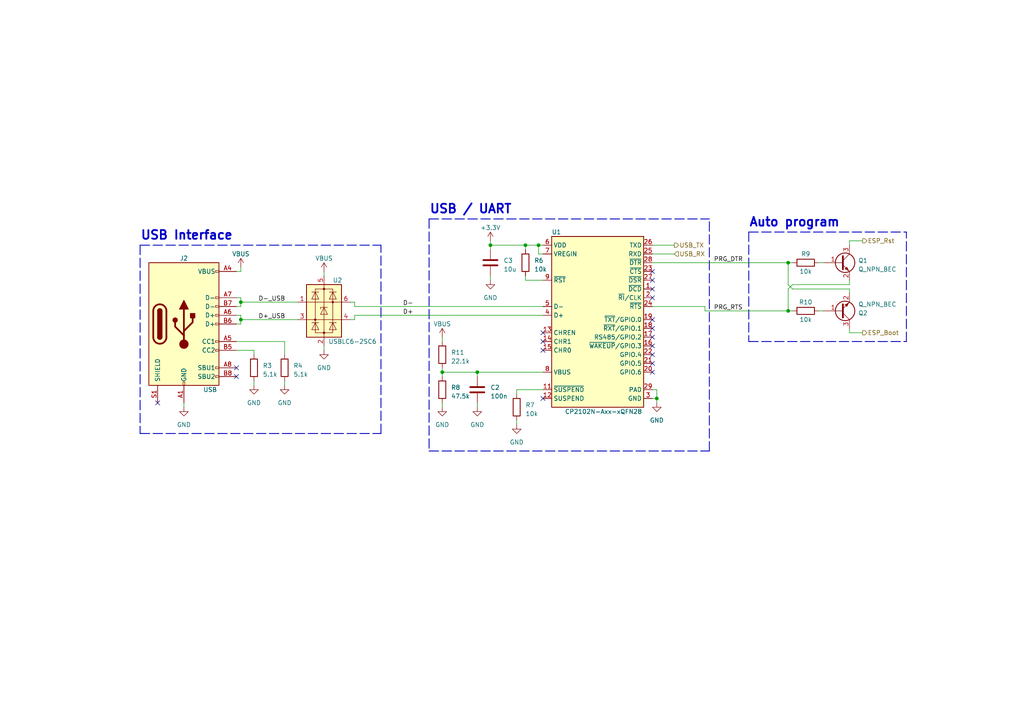
<source format=kicad_sch>
(kicad_sch (version 20230121) (generator eeschema)
  (paper "A4")
  (lib_symbols
    (symbol "Connector:USB_C_Receptacle_USB2.0" (pin_names (offset 1.016))
      (property "Reference" "J2" (at 0 21.59 0))
      (property "Value" "USB_C_Receptacle_USB2.0" (at 0 19.05 0))
      (symbol "USB_C_Receptacle_USB2.0_0_0"
        (rectangle (start -0.254 -17.78) (end 0.254 -16.764))
        (rectangle (start 10.16 -14.986) (end 9.144 -15.494))
        (rectangle (start 10.16 -12.446) (end 9.144 -12.954))
        (rectangle (start 10.16 -7.366) (end 9.144 -7.874))
        (rectangle (start 10.16 -4.826) (end 9.144 -5.334))
        (rectangle (start 10.16 0.254) (end 9.144 -0.254))
        (rectangle (start 10.16 2.794) (end 9.144 2.286))
        (rectangle (start 10.16 5.334) (end 9.144 4.826))
        (rectangle (start 10.16 7.874) (end 9.144 7.366))
        (rectangle (start 10.16 15.494) (end 9.144 14.986))
      )
      (symbol "USB_C_Receptacle_USB2.0_0_1"
        (rectangle (start -10.16 17.78) (end 10.16 -17.78) (stroke (width 0.254)) (fill (type background)))
        (arc (start -8.89 -3.81) (mid -6.985 -5.7067) (end -5.08 -3.81) (stroke (width 0.508)))
        (arc (start -7.62 -3.81) (mid -6.985 -4.4423) (end -6.35 -3.81) (stroke (width 0.254)))
        (arc (start -7.62 -3.81) (mid -6.985 -4.4423) (end -6.35 -3.81) (stroke (width 0.254)) (fill (type outline)))
        (rectangle (start -7.62 -3.81) (end -6.35 3.81) (stroke (width 0.254)) (fill (type outline)))
        (arc (start -6.35 3.81) (mid -6.985 4.4423) (end -7.62 3.81) (stroke (width 0.254)))
        (arc (start -6.35 3.81) (mid -6.985 4.4423) (end -7.62 3.81) (stroke (width 0.254)) (fill (type outline)))
        (arc (start -5.08 3.81) (mid -6.985 5.7067) (end -8.89 3.81) (stroke (width 0.508)))
        (circle (center -2.54 1.143) (radius 0.635) (stroke (width 0.254)) (fill (type outline)))
        (circle (center 0 -5.842) (radius 1.27) (fill (type outline)))
        (polyline (pts (xy -8.89 -3.81) (xy -8.89 3.81)) (stroke (width 0.508)))
        (polyline (pts (xy -5.08 3.81) (xy -5.08 -3.81)) (stroke (width 0.508)))
        (polyline (pts (xy 0 -5.842) (xy 0 4.318)) (stroke (width 0.508)))
        (polyline (pts (xy 0 -3.302) (xy -2.54 -0.762) (xy -2.54 0.508)) (stroke (width 0.508)))
        (polyline (pts (xy 0 -2.032) (xy 2.54 0.508) (xy 2.54 1.778)) (stroke (width 0.508)))
        (polyline (pts (xy -1.27 4.318) (xy 0 6.858) (xy 1.27 4.318) (xy -1.27 4.318)) (stroke (width 0.254)) (fill (type outline)))
        (rectangle (start 1.905 1.778) (end 3.175 3.048) (stroke (width 0.254)) (fill (type outline)))
      )
      (symbol "USB_C_Receptacle_USB2.0_1_1"
        (pin passive line (at 0 -22.86 90) (length 5.08) (name "GND") (number "A1"))
        (pin passive line (at 0 -22.86 90) (length 5.08) hide (name "GND") (number "A12"))
        (pin passive line (at 15.24 15.24 180) (length 5.08) (name "VBUS") (number "A4"))
        (pin bidirectional line (at 15.24 -5.08 180) (length 5.08) (name "CC1") (number "A5"))
        (pin bidirectional line (at 15.24 2.54 180) (length 5.08) (name "D+") (number "A6"))
        (pin bidirectional line (at 15.24 7.62 180) (length 5.08) (name "D-") (number "A7"))
        (pin bidirectional line (at 15.24 -12.7 180) (length 5.08) (name "SBU1") (number "A8"))
        (pin passive line (at 15.24 15.24 180) (length 5.08) hide (name "VBUS") (number "A9"))
        (pin passive line (at 0 -22.86 90) (length 5.08) hide (name "GND") (number "B1"))
        (pin passive line (at 0 -22.86 90) (length 5.08) hide (name "GND") (number "B12"))
        (pin passive line (at 15.24 15.24 180) (length 5.08) hide (name "VBUS") (number "B4"))
        (pin bidirectional line (at 15.24 -7.62 180) (length 5.08) (name "CC2") (number "B5"))
        (pin bidirectional line (at 15.24 0 180) (length 5.08) (name "D+") (number "B6"))
        (pin bidirectional line (at 15.24 5.08 180) (length 5.08) (name "D-") (number "B7"))
        (pin bidirectional line (at 15.24 -15.24 180) (length 5.08) (name "SBU2") (number "B8"))
        (pin passive line (at 15.24 15.24 180) (length 5.08) hide (name "VBUS") (number "B9"))
        (pin passive line (at -7.62 -22.86 90) (length 5.08) (name "SHIELD") (number "S1"))
      )
    )
    (symbol "Device:C" (pin_numbers hide) (pin_names (offset 0.254))
      (property "Reference" "C" (at 0.635 2.54 0))
      (property "Value" "C" (at 0.635 -2.54 0))
      (symbol "C_0_1"
        (polyline (pts (xy -2.032 -0.762) (xy 2.032 -0.762)) (stroke (width 0.508)))
        (polyline (pts (xy -2.032 0.762) (xy 2.032 0.762)) (stroke (width 0.508)))
      )
      (symbol "C_1_1"
        (pin passive line (at 0 3.81 270) (length 2.794) (name "~") (number "1"))
        (pin passive line (at 0 -3.81 90) (length 2.794) (name "~") (number "2"))
      )
    )
    (symbol "Device:Q_NPN_BEC" (pin_names (offset 0) hide)
      (property "Reference" "Q" (at 5.08 1.27 0))
      (property "Value" "Q_NPN_BEC" (at 5.08 -1.27 0))
      (symbol "Q_NPN_BEC_0_1"
        (polyline (pts (xy 0.635 0.635) (xy 2.54 2.54)))
        (polyline (pts (xy 0.635 -0.635) (xy 2.54 -2.54) (xy 2.54 -2.54)))
        (polyline (pts (xy 0.635 1.905) (xy 0.635 -1.905) (xy 0.635 -1.905)) (stroke (width 0.508)))
        (polyline (pts (xy 1.27 -1.778) (xy 1.778 -1.27) (xy 2.286 -2.286) (xy 1.27 -1.778) (xy 1.27 -1.778)) (fill (type outline)))
        (circle (center 1.27 0) (radius 2.8194) (stroke (width 0.254)))
      )
      (symbol "Q_NPN_BEC_1_1"
        (pin input line (at -5.08 0 0) (length 5.715) (name "B") (number "1"))
        (pin passive line (at 2.54 -5.08 90) (length 2.54) (name "E") (number "2"))
        (pin passive line (at 2.54 5.08 270) (length 2.54) (name "C") (number "3"))
      )
    )
    (symbol "Device:R" (pin_numbers hide) (pin_names (offset 0))
      (property "Reference" "R" (at 2.032 0 90))
      (property "Value" "R" (at 0 0 90))
      (symbol "R_0_1"
        (rectangle (start -1.016 -2.54) (end 1.016 2.54) (stroke (width 0.254)))
      )
      (symbol "R_1_1"
        (pin passive line (at 0 3.81 270) (length 1.27) (name "~") (number "1"))
        (pin passive line (at 0 -3.81 90) (length 1.27) (name "~") (number "2"))
      )
    )
    (symbol "Interface_USB:CP2102N-Axx-xQFN28"
      (property "Reference" "U1" (at -10.16 36.83 0))
      (property "Value" "CP2102N-Axx-xQFN28" (at -6.35 -15.24 0))
      (symbol "CP2102N-Axx-xQFN28_0_1"
        (rectangle (start -10.16 35.56) (end 16.51 -13.97) (stroke (width 0.254)) (fill (type background)))
      )
      (symbol "CP2102N-Axx-xQFN28_1_1"
        (pin input line (at 19.05 20.32 180) (length 2.54) (name "~{DCD}") (number "1"))
        (pin no_connect line (at -12.7 19.05 0) (length 2.54) hide (name "NC") (number "10"))
        (pin output line (at -12.7 -8.89 0) (length 2.54) (name "~{SUSPEND}") (number "11"))
        (pin output line (at -12.7 -11.43 0) (length 2.54) (name "SUSPEND") (number "12"))
        (pin output line (at -12.7 7.62 0) (length 2.54) (name "CHREN") (number "13"))
        (pin output line (at -12.7 5.08 0) (length 2.54) (name "CHR1") (number "14"))
        (pin output line (at -12.7 2.54 0) (length 2.54) (name "CHR0") (number "15"))
        (pin bidirectional line (at 19.05 3.81 180) (length 2.54) (name "~{WAKEUP}/GPIO.3") (number "16"))
        (pin bidirectional line (at 19.05 6.35 180) (length 2.54) (name "RS485/GPIO.2") (number "17"))
        (pin bidirectional line (at 19.05 8.89 180) (length 2.54) (name "~{RXT}/GPIO.1") (number "18"))
        (pin bidirectional line (at 19.05 11.43 180) (length 2.54) (name "~{TXT}/GPIO.0") (number "19"))
        (pin bidirectional line (at 19.05 17.78 180) (length 2.54) (name "~{RI}/CLK") (number "2"))
        (pin bidirectional line (at 19.05 -3.81 180) (length 2.54) (name "GPIO.6") (number "20"))
        (pin bidirectional line (at 19.05 -1.27 180) (length 2.54) (name "GPIO.5") (number "21"))
        (pin bidirectional line (at 19.05 1.27 180) (length 2.54) (name "GPIO.4") (number "22"))
        (pin input line (at 19.05 25.4 180) (length 2.54) (name "~{CTS}") (number "23"))
        (pin output line (at 19.05 15.24 180) (length 2.54) (name "~{RTS}") (number "24"))
        (pin input line (at 19.05 30.48 180) (length 2.54) (name "RXD") (number "25"))
        (pin output line (at 19.05 33.02 180) (length 2.54) (name "TXD") (number "26"))
        (pin input line (at 19.05 22.86 180) (length 2.54) (name "~{DSR}") (number "27"))
        (pin output line (at 19.05 27.94 180) (length 2.54) (name "~{DTR}") (number "28"))
        (pin passive line (at 19.05 -8.89 180) (length 2.54) (name "PAD") (number "29"))
        (pin power_in line (at 19.05 -11.43 180) (length 2.54) (name "GND") (number "3"))
        (pin bidirectional line (at -12.7 12.7 0) (length 2.54) (name "D+") (number "4"))
        (pin bidirectional line (at -12.7 15.24 0) (length 2.54) (name "D-") (number "5"))
        (pin power_in line (at -12.7 33.02 0) (length 2.54) (name "VDD") (number "6"))
        (pin power_in line (at -12.7 30.48 0) (length 2.54) (name "VREGIN") (number "7"))
        (pin input line (at -12.7 -3.81 0) (length 2.54) (name "VBUS") (number "8"))
        (pin input line (at -12.7 22.86 0) (length 2.54) (name "~{RST}") (number "9"))
      )
    )
    (symbol "Power_Protection:USBLC6-2SC6" (pin_names hide)
      (property "Reference" "U2" (at 2.54 8.89 0))
      (property "Value" "USBLC6-2SC6" (at 1.27 -8.89 0))
      (symbol "USBLC6-2SC6_0_1"
        (rectangle (start -5.08 7.62) (end 5.08 -7.62) (stroke (width 0.254)) (fill (type background)))
        (circle (center -2.54 -2.54) (radius 0.254) (fill (type outline)))
        (rectangle (start -2.54 6.35) (end 2.54 -6.35))
        (circle (center 0 -6.35) (radius 0.254) (fill (type outline)))
        (polyline (pts (xy -2.54 -2.54) (xy -5.08 -2.54)))
        (polyline (pts (xy -2.54 -2.54) (xy 5.08 -2.54)))
        (polyline (pts (xy -1.524 -3.429) (xy -3.556 -3.429)))
        (polyline (pts (xy -1.524 5.461) (xy -3.556 5.461)))
        (polyline (pts (xy 0 -7.62) (xy 0 -6.35)))
        (polyline (pts (xy 0 -6.35) (xy 0 1.27)))
        (polyline (pts (xy 0 1.27) (xy 0 6.35)))
        (polyline (pts (xy 0 6.35) (xy 0 7.62)))
        (polyline (pts (xy 1.524 -3.429) (xy 3.556 -3.429)))
        (polyline (pts (xy 1.524 5.461) (xy 3.556 5.461)))
        (polyline (pts (xy 2.54 2.54) (xy -5.08 2.54)))
        (polyline (pts (xy 2.54 2.54) (xy 5.08 2.54)))
        (polyline (pts (xy -3.556 -5.461) (xy -1.524 -5.461) (xy -2.54 -3.429) (xy -3.556 -5.461)))
        (polyline (pts (xy -3.556 3.429) (xy -1.524 3.429) (xy -2.54 5.461) (xy -3.556 3.429)))
        (polyline (pts (xy -1.016 -1.016) (xy 1.016 -1.016) (xy 0 1.016) (xy -1.016 -1.016)))
        (polyline (pts (xy 1.016 1.016) (xy 0.762 1.016) (xy -1.016 1.016) (xy -1.016 0.508)))
        (polyline (pts (xy 3.556 -5.461) (xy 1.524 -5.461) (xy 2.54 -3.429) (xy 3.556 -5.461)))
        (polyline (pts (xy 3.556 3.429) (xy 1.524 3.429) (xy 2.54 5.461) (xy 3.556 3.429)))
        (circle (center 0 6.35) (radius 0.254) (fill (type outline)))
        (circle (center 2.54 2.54) (radius 0.254) (fill (type outline)))
      )
      (symbol "USBLC6-2SC6_1_1"
        (pin passive line (at -7.62 2.54 0) (length 2.54) (name "I/O1") (number "1"))
        (pin passive line (at 0 -10.16 90) (length 2.54) (name "GND") (number "2"))
        (pin passive line (at -7.62 -2.54 0) (length 2.54) (name "I/O2") (number "3"))
        (pin passive line (at 7.62 -2.54 180) (length 2.54) (name "I/O3") (number "4"))
        (pin passive line (at 0 10.16 270) (length 2.54) (name "VBUS") (number "5"))
        (pin passive line (at 7.62 2.54 180) (length 2.54) (name "I/O4") (number "6"))
      )
    )
    (symbol "power:+3.3V" (power) (pin_names (offset 0))
      (property "Value" "+3.3V" (at 0 3.556 0))
      (symbol "+3.3V_0_1"
        (polyline (pts (xy -0.762 1.27) (xy 0 2.54)))
        (polyline (pts (xy 0 0) (xy 0 2.54)))
        (polyline (pts (xy 0 2.54) (xy 0.762 1.27)))
      )
      (symbol "+3.3V_1_1"
        (pin power_in line (at 0 0 90) (length 0) hide (name "+3.3V") (number "1"))
      )
    )
    (symbol "power:GND" (power) (pin_names (offset 0))
      (property "Value" "GND" (at 0 -3.81 0))
      (symbol "GND_0_1"
        (polyline (pts (xy 0 0) (xy 0 -1.27) (xy 1.27 -1.27) (xy 0 -2.54) (xy -1.27 -1.27) (xy 0 -1.27)))
      )
      (symbol "GND_1_1"
        (pin power_in line (at 0 0 270) (length 0) hide (name "GND") (number "1"))
      )
    )
    (symbol "power:VBUS" (power) (pin_names (offset 0))
      (property "Value" "VBUS" (at 0 3.81 0))
      (symbol "VBUS_0_1"
        (polyline (pts (xy -0.762 1.27) (xy 0 2.54)))
        (polyline (pts (xy 0 0) (xy 0 2.54)))
        (polyline (pts (xy 0 2.54) (xy 0.762 1.27)))
      )
      (symbol "VBUS_1_1"
        (pin power_in line (at 0 0 90) (length 0) hide (name "VBUS") (number "1"))
      )
    )
  )
  (junction (at 138.43 107.95))
  (junction (at 228.6 90.17))
  (junction (at 152.4 71.12))
  (junction (at 142.24 71.12))
  (junction (at 190.5 115.57))
  (junction (at 156.21 71.12))
  (junction (at 128.27 107.95))
  (junction (at 69.85 87.63))
  (junction (at 228.6 76.2))
  (junction (at 69.85 92.71))
  (no_connect (at 189.23 107.95))
  (no_connect (at 157.48 96.52))
  (no_connect (at 157.48 115.57))
  (no_connect (at 189.23 86.36))
  (no_connect (at 189.23 105.41))
  (no_connect (at 189.23 102.87))
  (no_connect (at 157.48 99.06))
  (no_connect (at 157.48 101.6))
  (no_connect (at 189.23 78.74))
  (no_connect (at 189.23 92.71))
  (no_connect (at 189.23 97.79))
  (no_connect (at 189.23 81.28))
  (no_connect (at 68.58 106.68))
  (no_connect (at 189.23 95.25))
  (no_connect (at 45.72 116.84))
  (no_connect (at 189.23 100.33))
  (no_connect (at 68.58 109.22))
  (no_connect (at 189.23 83.82))
  (wire (pts (xy 68.58 101.6) (xy 73.66 101.6)))
  (wire (pts (xy 157.48 73.66) (xy 156.21 73.66)))
  (wire (pts (xy 102.87 87.63) (xy 102.87 88.9)))
  (wire (pts (xy 69.85 88.9) (xy 69.85 87.63)))
  (wire (pts (xy 156.21 73.66) (xy 156.21 71.12)))
  (wire (pts (xy 246.38 69.85) (xy 250.19 69.85)))
  (wire (pts (xy 69.85 91.44) (xy 69.85 92.71)))
  (wire (pts (xy 53.34 116.84) (xy 53.34 118.11)))
  (wire (pts (xy 69.85 87.63) (xy 86.36 87.63)))
  (wire (pts (xy 68.58 78.74) (xy 69.85 78.74)))
  (wire (pts (xy 190.5 115.57) (xy 190.5 116.84)))
  (wire (pts (xy 228.6 83.82) (xy 228.6 90.17)))
  (wire (pts (xy 152.4 81.28) (xy 157.48 81.28)))
  (polyline (pts (xy 110.49 125.73) (xy 110.49 71.12)) (stroke (width 0.25) (type dash)))
  (wire (pts (xy 189.23 71.12) (xy 195.58 71.12)))
  (wire (pts (xy 228.6 76.2) (xy 228.6 82.55)))
  (wire (pts (xy 128.27 107.95) (xy 128.27 109.22)))
  (polyline (pts (xy 124.46 63.5) (xy 205.74 63.5)) (stroke (width 0.25) (type dash)))
  (wire (pts (xy 101.6 92.71) (xy 102.87 92.71)))
  (polyline (pts (xy 40.64 71.12) (xy 110.49 71.12)) (stroke (width 0.25) (type dash)))
  (wire (pts (xy 142.24 71.12) (xy 152.4 71.12)))
  (polyline (pts (xy 124.46 130.81) (xy 205.74 130.81)) (stroke (width 0.25) (type dash)))
  (wire (pts (xy 246.38 69.85) (xy 246.38 71.12)))
  (polyline (pts (xy 217.17 99.06) (xy 262.89 99.06)) (stroke (width 0.25) (type dash)))
  (wire (pts (xy 237.49 90.17) (xy 238.76 90.17)))
  (wire (pts (xy 190.5 113.03) (xy 190.5 115.57)))
  (wire (pts (xy 246.38 81.28) (xy 246.38 82.55)))
  (wire (pts (xy 152.4 80.01) (xy 152.4 81.28)))
  (wire (pts (xy 69.85 86.36) (xy 68.58 86.36)))
  (wire (pts (xy 68.58 99.06) (xy 82.55 99.06)))
  (wire (pts (xy 157.48 71.12) (xy 156.21 71.12)))
  (wire (pts (xy 189.23 73.66) (xy 195.58 73.66)))
  (wire (pts (xy 189.23 76.2) (xy 228.6 76.2)))
  (polyline (pts (xy 217.17 67.31) (xy 217.17 99.06)) (stroke (width 0.25) (type dash)))
  (wire (pts (xy 246.38 95.25) (xy 246.38 96.52)))
  (wire (pts (xy 128.27 97.79) (xy 128.27 99.06)))
  (wire (pts (xy 228.6 82.55) (xy 229.87 83.82)))
  (wire (pts (xy 102.87 91.44) (xy 157.48 91.44)))
  (wire (pts (xy 152.4 71.12) (xy 156.21 71.12)))
  (polyline (pts (xy 262.89 99.06) (xy 262.89 67.31)) (stroke (width 0.25) (type dash)))
  (wire (pts (xy 128.27 107.95) (xy 138.43 107.95)))
  (polyline (pts (xy 205.74 130.81) (xy 205.74 63.5)) (stroke (width 0.25) (type dash)))
  (wire (pts (xy 69.85 87.63) (xy 69.85 86.36)))
  (wire (pts (xy 152.4 71.12) (xy 152.4 72.39)))
  (wire (pts (xy 93.98 78.74) (xy 93.98 80.01)))
  (wire (pts (xy 204.47 90.17) (xy 228.6 90.17)))
  (wire (pts (xy 228.6 90.17) (xy 229.87 90.17)))
  (wire (pts (xy 189.23 88.9) (xy 204.47 88.9)))
  (polyline (pts (xy 124.46 63.5) (xy 124.46 130.81)) (stroke (width 0.25) (type dash)))
  (wire (pts (xy 73.66 110.49) (xy 73.66 111.76)))
  (wire (pts (xy 101.6 87.63) (xy 102.87 87.63)))
  (wire (pts (xy 128.27 106.68) (xy 128.27 107.95)))
  (polyline (pts (xy 40.64 125.73) (xy 110.49 125.73)) (stroke (width 0.25) (type dash)))
  (wire (pts (xy 68.58 88.9) (xy 69.85 88.9)))
  (wire (pts (xy 229.87 82.55) (xy 246.38 82.55)))
  (wire (pts (xy 82.55 110.49) (xy 82.55 111.76)))
  (wire (pts (xy 69.85 78.74) (xy 69.85 77.47)))
  (polyline (pts (xy 40.64 71.12) (xy 40.64 125.73)) (stroke (width 0.25) (type dash)))
  (wire (pts (xy 142.24 71.12) (xy 142.24 72.39)))
  (wire (pts (xy 82.55 99.06) (xy 82.55 102.87)))
  (wire (pts (xy 142.24 69.85) (xy 142.24 71.12)))
  (wire (pts (xy 228.6 76.2) (xy 229.87 76.2)))
  (wire (pts (xy 68.58 91.44) (xy 69.85 91.44)))
  (wire (pts (xy 246.38 96.52) (xy 250.19 96.52)))
  (wire (pts (xy 138.43 107.95) (xy 157.48 107.95)))
  (wire (pts (xy 149.86 114.3) (xy 149.86 113.03)))
  (wire (pts (xy 138.43 116.84) (xy 138.43 118.11)))
  (wire (pts (xy 149.86 121.92) (xy 149.86 123.19)))
  (wire (pts (xy 149.86 113.03) (xy 157.48 113.03)))
  (wire (pts (xy 189.23 113.03) (xy 190.5 113.03)))
  (polyline (pts (xy 217.17 67.31) (xy 262.89 67.31)) (stroke (width 0.25) (type dash)))
  (wire (pts (xy 237.49 76.2) (xy 238.76 76.2)))
  (wire (pts (xy 229.87 83.82) (xy 246.38 83.82)))
  (wire (pts (xy 204.47 88.9) (xy 204.47 90.17)))
  (wire (pts (xy 128.27 116.84) (xy 128.27 118.11)))
  (wire (pts (xy 69.85 92.71) (xy 69.85 93.98)))
  (wire (pts (xy 138.43 107.95) (xy 138.43 109.22)))
  (wire (pts (xy 102.87 88.9) (xy 157.48 88.9)))
  (wire (pts (xy 102.87 92.71) (xy 102.87 91.44)))
  (wire (pts (xy 229.87 82.55) (xy 228.6 83.82)))
  (wire (pts (xy 246.38 83.82) (xy 246.38 85.09)))
  (wire (pts (xy 142.24 80.01) (xy 142.24 81.28)))
  (wire (pts (xy 69.85 93.98) (xy 68.58 93.98)))
  (wire (pts (xy 93.98 100.33) (xy 93.98 101.6)))
  (wire (pts (xy 73.66 101.6) (xy 73.66 102.87)))
  (wire (pts (xy 69.85 92.71) (xy 86.36 92.71)))
  (wire (pts (xy 190.5 115.57) (xy 189.23 115.57)))
  (text "USB Interface" (at 40.64 69.85 0) (effects (font (size 2.54 2.54) bold) (justify left bottom)))
  (text "Auto program" (at 217.17 66.04 0) (effects (font (size 2.54 2.54) bold) (justify left bottom)))
  (text "USB / UART" (at 124.46 62.23 0) (effects (font (size 2.54 2.54) bold) (justify left bottom)))
  (label "D+_USB" (at 74.93 92.71 0))
  (label "D+" (at 116.84 91.44 0))
  (label "D-_USB" (at 74.93 87.63 0))
  (label "PRG_RTS" (at 207.01 90.17 0))
  (label "D-" (at 116.84 88.9 0))
  (label "PRG_DTR" (at 207.01 76.2 0))
  (hierarchical_label "USB_RX" (shape input) (at 195.58 73.66 0))
  (hierarchical_label "USB_TX" (shape output) (at 195.58 71.12 0))
  (hierarchical_label "ESP_Rst" (shape output) (at 250.19 69.85 0))
  (hierarchical_label "ESP_Boot" (shape output) (at 250.19 96.52 0))
  (symbol (lib_id "Device:R") (at 233.68 76.2 90) (unit 1)
    (property "Reference" "R9" (at 233.68 73.66 90))
    (property "Value" "10k" (at 233.68 78.74 90))
  )
  (symbol (lib_id "Power_Protection:USBLC6-2SC6") (at 93.98 90.17 0) (unit 1)
    (property "Reference" "U2" (at 96.52 81.28 0) (effects (justify left)))
    (property "Value" "USBLC6-2SC6" (at 95.25 99.06 0) (effects (justify left)))
    (property "Footprint" "Package_TO_SOT_SMD:SOT-23-6" (effects hide))
    (property "Datasheet" "https://www.st.com/resource/en/datasheet/usblc6-2.pdf" (effects hide))
    (instances (project "Controller" (path "" (reference "U2") (unit 1)) (path "" (reference "U1") (unit 1))))
  )
  (symbol (lib_id "power:GND") (at 138.43 118.11 0) (unit 1)
    (property "Reference" "#PWR016" (effects hide))
    (property "Value" "GND" (at 138.43 123.19 0))
    (instances (project "Controller" (path "" (reference "#PWR016") (unit 1)) (path "" (reference "#PWR013") (unit 1))))
  )
  (symbol (lib_id "power:VBUS") (at 69.85 77.47 0) (unit 1)
    (property "Reference" "#PWR011" (effects hide))
    (property "Value" "VBUS" (at 69.85 73.66 0))
    (instances (project "Controller" (path "" (reference "#PWR011") (unit 1)) (path "" (reference "#PWR06") (unit 1))))
  )
  (symbol (lib_id "Connector:USB_C_Receptacle_USB2.0") (at 53.34 93.98 0) (unit 1)
    (property "Reference" "J2" (at 53.34 74.93 0))
    (property "Value" "USB" (at 60.96 113.03 0))
    (property "Datasheet" "https://www.usb.org/sites/default/files/documents/usb_type-c.zip" (effects hide))
  )
  (symbol (lib_id "Device:R") (at 73.66 106.68 0) (unit 1)
    (property "Reference" "R3" (at 76.2 106.045 0) (effects (justify left)))
    (property "Value" "5.1k" (at 76.2 108.585 0) (effects (justify left)))
  )
  (symbol (lib_id "Device:Q_NPN_BEC") (at 243.84 90.17 0) (mirror x) (unit 1)
    (property "Reference" "Q2" (at 248.92 90.805 0) (effects (justify left)))
    (property "Value" "Q_NPN_BEC" (at 248.92 88.265 0) (effects (justify left)))
  )
  (symbol (lib_id "Interface_USB:CP2102N-Axx-xQFN28") (at 170.18 104.14 0) (unit 1)
    (property "Reference" "U1" (at 160.02 67.31 0) (effects (justify left)))
    (property "Value" "CP2102N-Axx-xQFN28" (at 163.83 119.38 0) (effects (justify left)))
    (property "Footprint" "Package_DFN_QFN:QFN-28-1EP_5x5mm_P0.5mm_EP3.35x3.35mm" (effects hide))
    (property "Datasheet" "https://www.silabs.com/documents/public/data-sheets/cp2102n-datasheet.pdf" (effects hide))
    (instances (project "Controller" (path "" (reference "U1") (unit 1)) (path "" (reference "U2") (unit 1))))
  )
  (symbol (lib_id "power:VBUS") (at 128.27 97.79 0) (unit 1)
    (property "Reference" "#PWR014" (effects hide))
    (property "Value" "VBUS" (at 128.27 93.98 0))
    (instances (project "Controller" (path "" (reference "#PWR014") (unit 1)) (path "" (reference "#PWR011") (unit 1))))
  )
  (symbol (lib_id "power:GND") (at 73.66 111.76 0) (unit 1)
    (property "Reference" "#PWR06" (effects hide))
    (property "Value" "GND" (at 73.66 116.84 0))
    (instances (project "Controller" (path "" (reference "#PWR06") (unit 1)) (path "" (reference "#PWR07") (unit 1))))
  )
  (symbol (lib_id "power:GND") (at 149.86 123.19 0) (unit 1)
    (property "Reference" "#PWR018" (effects hide))
    (property "Value" "GND" (at 149.86 128.27 0))
    (instances (project "Controller" (path "" (reference "#PWR018") (unit 1)) (path "" (reference "#PWR016") (unit 1))))
  )
  (symbol (lib_id "Device:C") (at 142.24 76.2 180) (unit 1)
    (property "Reference" "C3" (at 146.05 75.565 0) (effects (justify right)))
    (property "Value" "10u" (at 146.05 78.105 0) (effects (justify right)))
    (instances (project "Controller" (path "" (reference "C3") (unit 1)) (path "" (reference "C2") (unit 1))))
  )
  (symbol (lib_id "power:GND") (at 128.27 118.11 0) (unit 1)
    (property "Reference" "#PWR015" (effects hide))
    (property "Value" "GND" (at 128.27 123.19 0))
    (instances (project "Controller" (path "" (reference "#PWR015") (unit 1)) (path "" (reference "#PWR012") (unit 1))))
  )
  (symbol (lib_id "Device:R") (at 149.86 118.11 0) (unit 1)
    (property "Reference" "R7" (at 152.4 117.475 0) (effects (justify left)))
    (property "Value" "10k" (at 152.4 120.015 0) (effects (justify left)))
  )
  (symbol (lib_id "Device:R") (at 233.68 90.17 90) (unit 1)
    (property "Reference" "R10" (at 233.68 87.63 90))
    (property "Value" "10k" (at 233.68 92.71 90))
  )
  (symbol (lib_id "power:GND") (at 190.5 116.84 0) (mirror y) (unit 1)
    (property "Reference" "#PWR09" (effects hide))
    (property "Value" "GND" (at 190.5 121.92 0))
    (instances (project "Controller" (path "" (reference "#PWR09") (unit 1)) (path "" (reference "#PWR017") (unit 1))))
  )
  (symbol (lib_id "Device:R") (at 152.4 76.2 0) (unit 1)
    (property "Reference" "R6" (at 154.94 75.565 0) (effects (justify left)))
    (property "Value" "10k" (at 154.94 78.105 0) (effects (justify left)))
    (instances (project "Controller" (path "" (reference "R6") (unit 1)) (path "" (reference "R8") (unit 1))))
  )
  (symbol (lib_id "power:GND") (at 53.34 118.11 0) (unit 1)
    (property "Reference" "#PWR05" (effects hide))
    (property "Value" "GND" (at 53.34 123.19 0))
  )
  (symbol (lib_id "power:GND") (at 93.98 101.6 0) (unit 1)
    (property "Reference" "#PWR010" (effects hide))
    (property "Value" "GND" (at 93.98 106.68 0))
  )
  (symbol (lib_id "Device:C") (at 138.43 113.03 0) (unit 1)
    (property "Reference" "C2" (at 142.24 112.395 0) (effects (justify left)))
    (property "Value" "100n" (at 142.24 114.935 0) (effects (justify left)))
    (instances (project "Controller" (path "" (reference "C2") (unit 1)) (path "" (reference "C1") (unit 1))))
  )
  (symbol (lib_id "Device:Q_NPN_BEC") (at 243.84 76.2 0) (unit 1)
    (property "Reference" "Q1" (at 248.92 75.565 0) (effects (justify left)))
    (property "Value" "Q_NPN_BEC" (at 248.92 78.105 0) (effects (justify left)))
  )
  (symbol (lib_id "power:GND") (at 142.24 81.28 0) (unit 1)
    (property "Reference" "#PWR020" (effects hide))
    (property "Value" "GND" (at 142.24 86.36 0))
    (instances (project "Controller" (path "" (reference "#PWR020") (unit 1)) (path "" (reference "#PWR015") (unit 1))))
  )
  (symbol (lib_id "power:VBUS") (at 93.98 78.74 0) (unit 1)
    (property "Reference" "#PWR08" (effects hide))
    (property "Value" "VBUS" (at 93.98 74.93 0))
    (instances (project "Controller" (path "" (reference "#PWR08") (unit 1)) (path "" (reference "#PWR09") (unit 1))))
  )
  (symbol (lib_id "Device:R") (at 82.55 106.68 0) (unit 1)
    (property "Reference" "R4" (at 85.09 106.045 0) (effects (justify left)))
    (property "Value" "5.1k" (at 85.09 108.585 0) (effects (justify left)))
  )
  (symbol (lib_id "Device:R") (at 128.27 113.03 0) (unit 1)
    (property "Reference" "R8" (at 130.81 112.395 0) (effects (justify left)))
    (property "Value" "47.5k" (at 130.81 114.935 0) (effects (justify left)))
    (instances (project "Controller" (path "" (reference "R8") (unit 1)) (path "" (reference "R6") (unit 1))))
  )
  (symbol (lib_id "Device:R") (at 128.27 102.87 0) (unit 1)
    (property "Reference" "R11" (at 130.81 102.235 0) (effects (justify left)))
    (property "Value" "22.1k" (at 130.81 104.775 0) (effects (justify left)))
    (instances (project "Controller" (path "" (reference "R11") (unit 1)) (path "" (reference "R5") (unit 1))))
  )
  (symbol (lib_id "power:+3.3V") (at 142.24 69.85 0) (unit 1)
    (property "Reference" "#PWR019" (effects hide))
    (property "Value" "+3.3V" (at 142.24 66.04 0))
    (instances (project "Controller" (path "" (reference "#PWR019") (unit 1)) (path "" (reference "#PWR014") (unit 1))))
  )
  (symbol (lib_id "power:GND") (at 82.55 111.76 0) (unit 1)
    (property "Reference" "#PWR07" (effects hide))
    (property "Value" "GND" (at 82.55 116.84 0))
    (instances (project "Controller" (path "" (reference "#PWR07") (unit 1)) (path "" (reference "#PWR08") (unit 1))))
  )
)
</source>
